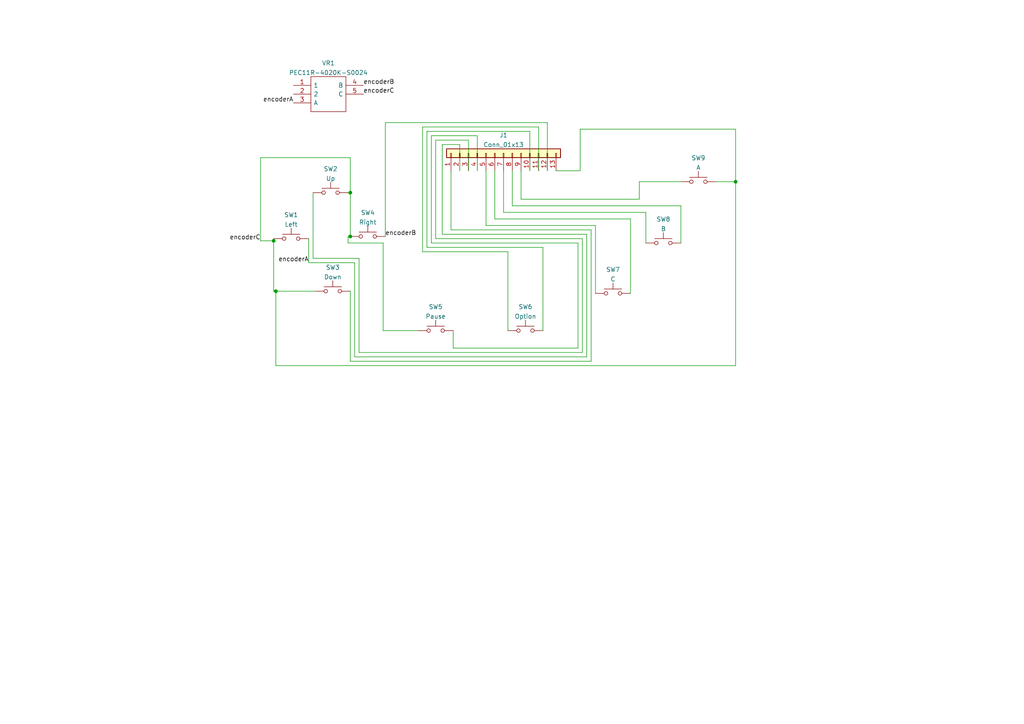
<source format=kicad_sch>
(kicad_sch (version 20211123) (generator eeschema)
  (paper "A4")
  (lib_symbols
    (symbol "Connector_Generic:Conn_01x13" (pin_names (offset 1.016) hide)
      (property "Reference" "J" (at 0 17.78 0))
      (property "Value" "Conn_01x13" (at 0 -17.78 0))
      (symbol "Conn_01x13_1_1"
        (rectangle (start -1.27 -15.113) (end 0 -15.367) (stroke (width 0.1524)))
        (rectangle (start -1.27 -12.573) (end 0 -12.827) (stroke (width 0.1524)))
        (rectangle (start -1.27 -10.033) (end 0 -10.287) (stroke (width 0.1524)))
        (rectangle (start -1.27 -7.493) (end 0 -7.747) (stroke (width 0.1524)))
        (rectangle (start -1.27 -4.953) (end 0 -5.207) (stroke (width 0.1524)))
        (rectangle (start -1.27 -2.413) (end 0 -2.667) (stroke (width 0.1524)))
        (rectangle (start -1.27 0.127) (end 0 -0.127) (stroke (width 0.1524)))
        (rectangle (start -1.27 2.667) (end 0 2.413) (stroke (width 0.1524)))
        (rectangle (start -1.27 5.207) (end 0 4.953) (stroke (width 0.1524)))
        (rectangle (start -1.27 7.747) (end 0 7.493) (stroke (width 0.1524)))
        (rectangle (start -1.27 10.287) (end 0 10.033) (stroke (width 0.1524)))
        (rectangle (start -1.27 12.827) (end 0 12.573) (stroke (width 0.1524)))
        (rectangle (start -1.27 15.367) (end 0 15.113) (stroke (width 0.1524)))
        (rectangle (start -1.27 16.51) (end 1.27 -16.51) (stroke (width 0.254)) (fill (type background)))
        (pin passive line (at -5.08 15.24 0) (length 3.81) (name "Pin_1") (number "1"))
        (pin passive line (at -5.08 -7.62 0) (length 3.81) (name "Pin_10") (number "10"))
        (pin passive line (at -5.08 -10.16 0) (length 3.81) (name "Pin_11") (number "11"))
        (pin passive line (at -5.08 -12.7 0) (length 3.81) (name "Pin_12") (number "12"))
        (pin passive line (at -5.08 -15.24 0) (length 3.81) (name "Pin_13") (number "13"))
        (pin passive line (at -5.08 12.7 0) (length 3.81) (name "Pin_2") (number "2"))
        (pin passive line (at -5.08 10.16 0) (length 3.81) (name "Pin_3") (number "3"))
        (pin passive line (at -5.08 7.62 0) (length 3.81) (name "Pin_4") (number "4"))
        (pin passive line (at -5.08 5.08 0) (length 3.81) (name "Pin_5") (number "5"))
        (pin passive line (at -5.08 2.54 0) (length 3.81) (name "Pin_6") (number "6"))
        (pin passive line (at -5.08 0 0) (length 3.81) (name "Pin_7") (number "7"))
        (pin passive line (at -5.08 -2.54 0) (length 3.81) (name "Pin_8") (number "8"))
        (pin passive line (at -5.08 -5.08 0) (length 3.81) (name "Pin_9") (number "9"))
      )
    )
    (symbol "Switch:SW_Push" (pin_numbers hide) (pin_names (offset 1.016) hide)
      (property "Reference" "SW" (at 1.27 2.54 0))
      (property "Value" "SW_Push" (at 0 -1.524 0))
      (symbol "SW_Push_0_1"
        (circle (center -2.032 0) (radius 0.508))
        (polyline (pts (xy 0 1.27) (xy 0 3.048)))
        (polyline (pts (xy 2.54 1.27) (xy -2.54 1.27)))
        (circle (center 2.032 0) (radius 0.508))
        (pin passive line (at -5.08 0 0) (length 2.54) (name "1") (number "1"))
        (pin passive line (at 5.08 0 180) (length 2.54) (name "2") (number "2"))
      )
    )
    (symbol "mouser:PEC11R-4020K-S0024" (pin_names (offset 0.762))
      (property "Reference" "VR" (at 16.51 7.62 0))
      (property "Value" "PEC11R-4020K-S0024" (at 16.51 5.08 0))
      (symbol "PEC11R-4020K-S0024_0_0"
        (pin passive line (at 0 0 0) (length 5.08) (name "1") (number "1"))
        (pin passive line (at 0 -2.54 0) (length 5.08) (name "2") (number "2"))
        (pin passive line (at 0 -5.08 0) (length 5.08) (name "A") (number "3"))
        (pin passive line (at 20.32 0 180) (length 5.08) (name "B") (number "4"))
        (pin passive line (at 20.32 -2.54 180) (length 5.08) (name "C") (number "5"))
      )
      (symbol "PEC11R-4020K-S0024_0_1"
        (polyline (pts (xy 5.08 2.54) (xy 15.24 2.54) (xy 15.24 -7.62) (xy 5.08 -7.62) (xy 5.08 2.54)) (stroke (width 0.1524)))
      )
    )
  )
  (junction (at 79.375 69.85))
  (junction (at 80.01 84.455))
  (junction (at 101.6 68.58))
  (junction (at 101.6 55.88))
  (junction (at 213.36 52.705))
  (wire (pts (xy 80.01 84.455) (xy 80.01 106.045)))
  (wire (pts (xy 101.6 55.88) (xy 101.6 68.58)))
  (wire (pts (xy 146.05 49.53) (xy 146.05 61.595)))
  (wire (pts (xy 168.275 49.53) (xy 168.275 37.465)))
  (wire (pts (xy 130.81 66.675) (xy 171.45 66.675)))
  (wire (pts (xy 122.555 73.025) (xy 147.32 73.025)))
  (wire (pts (xy 111.76 35.56) (xy 158.75 35.56)))
  (wire (pts (xy 101.6 104.775) (xy 101.6 84.455)))
  (wire (pts (xy 187.325 70.485) (xy 187.325 61.595)))
  (wire (pts (xy 140.97 49.53) (xy 140.97 65.405)))
  (wire (pts (xy 111.125 70.485) (xy 100.965 70.485)))
  (wire (pts (xy 130.81 49.53) (xy 130.81 66.675)))
  (wire (pts (xy 135.89 40.64) (xy 126.365 40.64)))
  (wire (pts (xy 213.36 37.465) (xy 213.36 52.705)))
  (wire (pts (xy 213.36 52.705) (xy 213.36 106.045)))
  (wire (pts (xy 123.825 71.755) (xy 123.825 38.1)))
  (wire (pts (xy 143.51 63.5) (xy 143.51 49.53)))
  (wire (pts (xy 101.6 45.72) (xy 75.565 45.72)))
  (wire (pts (xy 101.6 55.88) (xy 100.965 55.88)))
  (wire (pts (xy 111.125 95.885) (xy 111.125 70.485)))
  (wire (pts (xy 125.095 70.485) (xy 125.095 39.37)))
  (wire (pts (xy 171.45 66.675) (xy 171.45 104.775)))
  (wire (pts (xy 133.35 41.91) (xy 133.35 49.53)))
  (wire (pts (xy 89.535 69.215) (xy 89.535 76.2)))
  (wire (pts (xy 171.45 104.775) (xy 101.6 104.775)))
  (wire (pts (xy 126.365 40.64) (xy 126.365 69.215)))
  (wire (pts (xy 153.67 38.1) (xy 153.67 49.53)))
  (wire (pts (xy 156.21 36.83) (xy 122.555 36.83)))
  (wire (pts (xy 121.285 95.885) (xy 111.125 95.885)))
  (wire (pts (xy 187.325 61.595) (xy 146.05 61.595)))
  (wire (pts (xy 104.14 102.235) (xy 104.14 74.93)))
  (wire (pts (xy 197.485 59.69) (xy 197.485 70.485)))
  (wire (pts (xy 131.445 95.885) (xy 131.445 100.965)))
  (wire (pts (xy 168.275 37.465) (xy 213.36 37.465)))
  (wire (pts (xy 158.75 35.56) (xy 158.75 49.53)))
  (wire (pts (xy 168.91 102.235) (xy 104.14 102.235)))
  (wire (pts (xy 102.87 76.2) (xy 102.87 103.505)))
  (wire (pts (xy 125.095 39.37) (xy 138.43 39.37)))
  (wire (pts (xy 157.48 95.885) (xy 157.48 71.755)))
  (wire (pts (xy 128.27 41.91) (xy 133.35 41.91)))
  (wire (pts (xy 161.29 49.53) (xy 168.275 49.53)))
  (wire (pts (xy 197.485 52.705) (xy 185.42 52.705)))
  (wire (pts (xy 167.64 70.485) (xy 125.095 70.485)))
  (wire (pts (xy 172.72 65.405) (xy 172.72 85.09)))
  (wire (pts (xy 213.36 52.705) (xy 207.645 52.705)))
  (wire (pts (xy 185.42 52.705) (xy 185.42 57.785)))
  (wire (pts (xy 79.375 84.455) (xy 80.01 84.455)))
  (wire (pts (xy 111.76 68.58) (xy 111.76 35.56)))
  (wire (pts (xy 104.14 74.93) (xy 90.805 74.93)))
  (wire (pts (xy 135.89 49.53) (xy 135.89 40.64)))
  (wire (pts (xy 168.91 69.215) (xy 168.91 102.235)))
  (wire (pts (xy 75.565 45.72) (xy 75.565 69.85)))
  (wire (pts (xy 128.27 67.945) (xy 128.27 41.91)))
  (wire (pts (xy 140.97 65.405) (xy 172.72 65.405)))
  (wire (pts (xy 101.6 55.88) (xy 101.6 45.72)))
  (wire (pts (xy 147.32 73.025) (xy 147.32 95.885)))
  (wire (pts (xy 138.43 39.37) (xy 138.43 49.53)))
  (wire (pts (xy 156.21 49.53) (xy 156.21 36.83)))
  (wire (pts (xy 80.01 84.455) (xy 91.44 84.455)))
  (wire (pts (xy 131.445 100.965) (xy 167.64 100.965)))
  (wire (pts (xy 79.375 69.85) (xy 79.375 69.215)))
  (wire (pts (xy 126.365 69.215) (xy 168.91 69.215)))
  (wire (pts (xy 102.87 103.505) (xy 170.18 103.505)))
  (wire (pts (xy 100.965 68.58) (xy 101.6 68.58)))
  (wire (pts (xy 170.18 103.505) (xy 170.18 67.945)))
  (wire (pts (xy 151.13 57.785) (xy 151.13 49.53)))
  (wire (pts (xy 167.64 100.965) (xy 167.64 70.485)))
  (wire (pts (xy 100.965 70.485) (xy 100.965 68.58)))
  (wire (pts (xy 123.825 38.1) (xy 153.67 38.1)))
  (wire (pts (xy 157.48 71.755) (xy 123.825 71.755)))
  (wire (pts (xy 80.01 106.045) (xy 213.36 106.045)))
  (wire (pts (xy 75.565 69.85) (xy 79.375 69.85)))
  (wire (pts (xy 148.59 49.53) (xy 148.59 59.69)))
  (wire (pts (xy 170.18 67.945) (xy 128.27 67.945)))
  (wire (pts (xy 148.59 59.69) (xy 197.485 59.69)))
  (wire (pts (xy 185.42 57.785) (xy 151.13 57.785)))
  (wire (pts (xy 122.555 36.83) (xy 122.555 73.025)))
  (wire (pts (xy 90.805 55.88) (xy 90.805 74.93)))
  (wire (pts (xy 182.88 85.09) (xy 182.88 63.5)))
  (wire (pts (xy 79.375 69.85) (xy 79.375 84.455)))
  (wire (pts (xy 89.535 76.2) (xy 102.87 76.2)))
  (wire (pts (xy 182.88 63.5) (xy 143.51 63.5)))
  (label "encoderC" (at 75.565 69.85 180))
  (label "encoderA" (at 85.09 29.845 180))
  (label "encoderB" (at 105.41 24.765 0))
  (label "encoderC" (at 105.41 27.305 0))
  (label "encoderA" (at 89.535 76.2 180))
  (label "encoderB" (at 111.76 68.58 0))
  (symbol (lib_id "Switch:SW_Push") (at 126.365 95.885 0) (unit 1)
    (property "Reference" "SW5" (at 126.365 88.9975 0))
    (property "Value" "Pause" (at 126.365 91.7726 0))
    (property "Footprint" "Evan's misc parts:jaguar keypad button" (effects hide))
  )
  (symbol (lib_id "Switch:SW_Push") (at 95.885 55.88 0) (unit 1)
    (property "Reference" "SW2" (at 95.885 48.9925 0))
    (property "Value" "Up" (at 95.885 51.7676 0))
    (property "Footprint" "Evan's misc parts:jaguar dpad" (effects hide))
  )
  (symbol (lib_id "mouser:PEC11R-4020K-S0024") (at 85.09 24.765 0) (unit 1)
    (property "Reference" "VR1" (at 95.25 18.3093 0))
    (property "Value" "PEC11R-4020K-S0024" (at 95.25 21.0844 0))
    (property "Footprint" "Evan's misc parts:PEC11R-4XXXK-SXXXX" (effects hide))
    (property "Datasheet" "https://www.bourns.com/docs/Product-Datasheets/PEC11R.pdf" (effects hide))
    (property "Description" "Bourns 24 Pulse Incremental Mechanical Rotary Encoder with a 6 mm Knurl Shaft (Not Indexed), Through Hole" (effects hide))
    (property "Mouser Part Number" "652-PEC11R-4020K-S24" (effects hide))
    (property "Mouser Price/Stock" "https://www.mouser.co.uk/ProductDetail/Bourns/PEC11R-4020K-S0024?qs=Zq5ylnUbLm7F7TcQMKQAfQ%3D%3D" (effects hide))
    (property "Manufacturer_Name" "Bourns" (effects hide))
    (property "Manufacturer_Part_Number" "PEC11R-4020K-S0024" (effects hide))
  )
  (symbol (lib_id "Switch:SW_Push") (at 177.8 85.09 0) (unit 1)
    (property "Reference" "SW7" (at 177.8 78.2025 0))
    (property "Value" "C" (at 177.8 80.9776 0))
    (property "Footprint" "Evan's misc parts:jaguar abc" (effects hide))
  )
  (symbol (lib_id "Switch:SW_Push") (at 84.455 69.215 0) (unit 1)
    (property "Reference" "SW1" (at 84.455 62.3275 0))
    (property "Value" "Left" (at 84.455 65.1026 0))
    (property "Footprint" "Evan's misc parts:jaguar dpad" (effects hide))
  )
  (symbol (lib_id "Switch:SW_Push") (at 106.68 68.58 0) (unit 1)
    (property "Reference" "SW4" (at 106.68 61.6925 0))
    (property "Value" "Right" (at 106.68 64.4676 0))
    (property "Footprint" "Evan's misc parts:jaguar dpad" (effects hide))
  )
  (symbol (lib_id "Switch:SW_Push") (at 96.52 84.455 0) (unit 1)
    (property "Reference" "SW3" (at 96.52 77.5675 0))
    (property "Value" "Down" (at 96.52 80.3426 0))
    (property "Footprint" "Evan's misc parts:jaguar dpad" (effects hide))
  )
  (symbol (lib_id "Switch:SW_Push") (at 152.4 95.885 0) (unit 1)
    (property "Reference" "SW6" (at 152.4 88.9975 0))
    (property "Value" "Option" (at 152.4 91.7726 0))
    (property "Footprint" "Evan's misc parts:jaguar keypad button" (effects hide))
  )
  (symbol (lib_id "Switch:SW_Push") (at 192.405 70.485 0) (unit 1)
    (property "Reference" "SW8" (at 192.405 63.5975 0))
    (property "Value" "B" (at 192.405 66.3726 0))
    (property "Footprint" "Evan's misc parts:jaguar abc" (effects hide))
  )
  (symbol (lib_id "Switch:SW_Push") (at 202.565 52.705 0) (unit 1)
    (property "Reference" "SW9" (at 202.565 45.8175 0))
    (property "Value" "A" (at 202.565 48.5926 0))
    (property "Footprint" "Evan's misc parts:jaguar abc" (effects hide))
  )
  (symbol (lib_id "Connector_Generic:Conn_01x13") (at 146.05 44.45 90) (unit 1)
    (property "Reference" "J1" (at 146.05 39.2135 90))
    (property "Value" "Conn_01x13" (at 146.05 41.9886 90))
    (property "Footprint" "Connector_PinHeader_2.00mm:PinHeader_1x13_P2.00mm_Vertical" (effects hide))
  )
)
</source>
